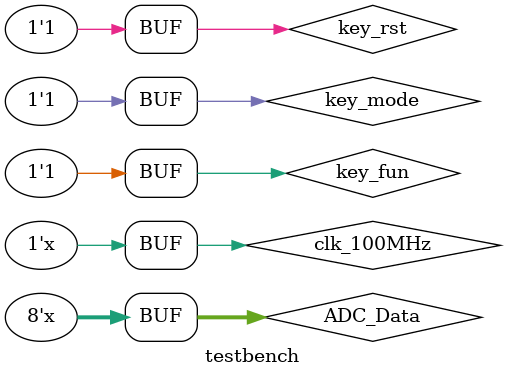
<source format=v>
`timescale 1ns / 1ps


module testbench();

reg clk_100MHz;
reg [7:0] ADC_Data;
wire clk_ADC;
wire ADC_En;
wire TMDS_Tx_Clk_N;
wire TMDS_Tx_Clk_P;
wire TMDS_Tx_Data_N;
wire TMDS_Tx_Data_P;

reg key_fun = 1;
reg key_mode = 1;
reg key_rst = 1;


virtual_oscilloscope test(
.clk_100MHz(clk_100MHz),
.ADC_Data(ADC_Data),
.key_fun(key_fun),
.key_mode(key_mode),
.key_rst(key_rst),

.clk_ADC(clk_ADC),
.ADC_En(ADC_En),
.TMDS_Tx_Clk_N(TMDS_Tx_Clk_N),
.TMDS_Tx_Clk_P(TMDS_Tx_Clk_P),
.TMDS_Tx_Data_N(TMDS_Tx_Data_N),
.TMDS_Tx_Data_P(TMDS_Tx_Data_P)
    );

initial begin
	clk_100MHz = 0;
	ADC_Data = 8'b0;
	ADC_Data = 0;
	#200
	key_mode = 0;
	#20
	key_mode = 1;//s1
	#200
	key_mode = 0;
	#20
	key_mode = 1;//s2
	#200
	key_mode = 0;
	#20
	key_mode = 1;//s0
	
end

always #5 clk_100MHz = ~clk_100MHz;
always #10 ADC_Data = ADC_Data + 5;


endmodule

</source>
